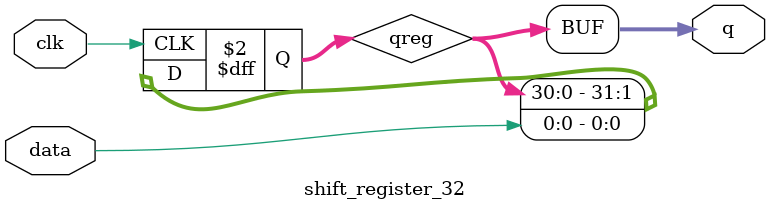
<source format=v>
module shift_register_32(
	input wire clk, data,
	output wire [31:0]q
);
	reg [31:0]qreg;
	
	assign q = qreg;
	
	always @(posedge clk)
	begin
		qreg[31:1] <= qreg[30:0];
		qreg[0] <= data;
	end
endmodule





/*
module shift_register_32test;

	reg clk;
	reg data;
	wire [31:0]q;


	shift_register_32 DUT(
		.clk(clk),
		.data(data),
		.q(q)
	);
	
	integer arr[32] = {0,1,1,1,0,0,1,0,0,0,0,0,1,1,1,0,1,0,1,0,1,1,1,1,1,1,1,1,0,0,1,0};
	integer i = 0;
	
	initial clk = 0;
	initial data = 0;

	always #5 begin clk = ~clk; end
	always #10 begin data = arr[i]; i = (i < 31 ? i + 1 : 0); end

endmodule*/

</source>
